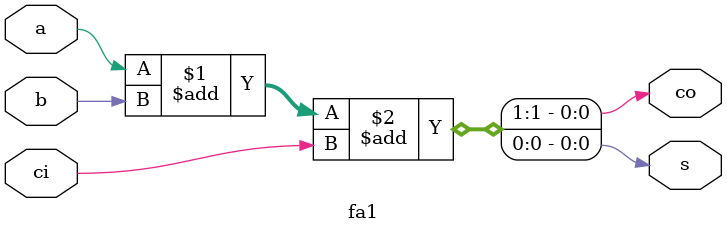
<source format=v>
`include "defs.v"

module fa1
(
	output	s,
	output	co,
	input		ci,
	input		a,
	input		b
);

assign {co, s} = a + b + ci;

endmodule

</source>
